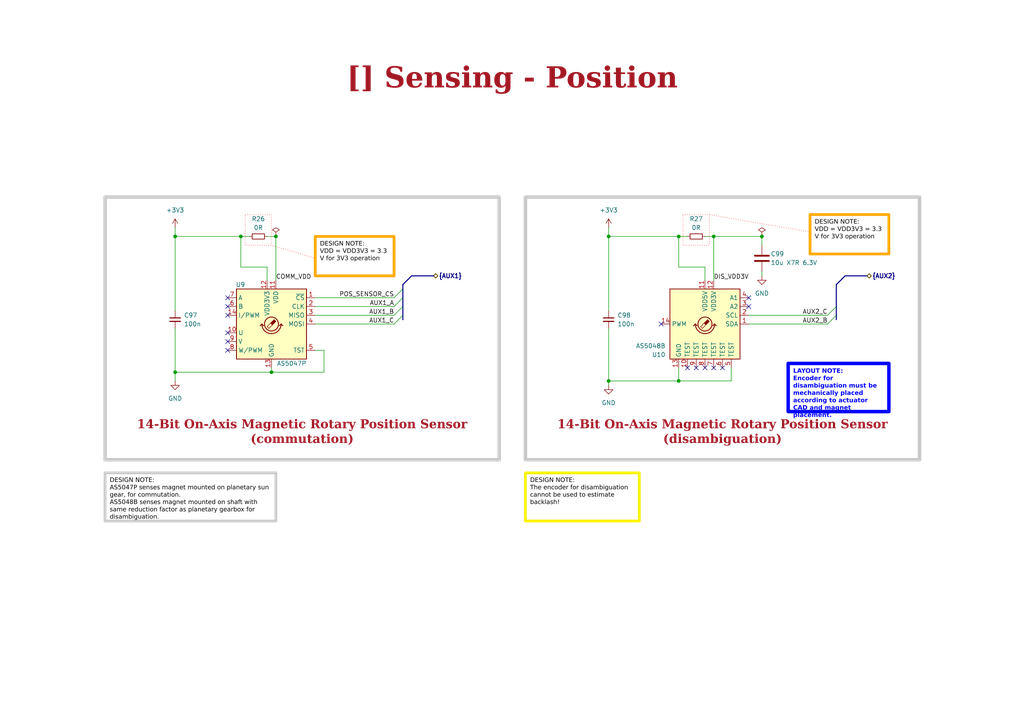
<source format=kicad_sch>
(kicad_sch (version 20230121) (generator eeschema)
  (paper "A4")
  (title_block (title "Sensing - Position") (date "2023-10-14") (rev "${REVISION}") (company "${COMPANY}") (comment 3 "Author: ${AUTHOR}"))
  (lib_symbols
    (symbol "0_sensor:AS5047P"
      (property "Reference" "U" (at -8.89 11.43 0))
      (property "Value" "AS5047P" (at 5.08 11.43 0))
      (symbol "AS5047P_1_1"
        (rectangle (start -10.16 10.16) (end 10.16 -10.16) (stroke (width 0.254)) (fill (type background)))
        (arc (start -2.794 0) (mid 0 -2.7819) (end 2.794 0) (stroke (width 0.254)))
        (polyline (pts (xy -2.794 0) (xy -3.302 -0.508)) (stroke (width 0.254)))
        (polyline (pts (xy -2.794 0) (xy -2.286 -0.508)) (stroke (width 0.254)))
        (polyline (pts (xy 2.794 0) (xy 2.286 -0.508)) (stroke (width 0.254)))
        (polyline (pts (xy 2.794 0) (xy 3.302 -0.508)) (stroke (width 0.254)))
        (polyline (pts (xy 0.254 0.254) (xy 1.27 -0.762) (xy 0.762 -1.27) (xy -0.254 -0.254)))
        (polyline (pts (xy -0.762 1.27) (xy 0.254 0.254) (xy -0.254 -0.254) (xy -1.27 0.762) (xy -1.016 1.016) (xy -0.762 1.27) (xy -0.635 1.143)) (fill (type outline)))
        (circle (center 0 0) (radius 2.032) (stroke (width 0.254)))
        (pin input line (at -12.7 7.62 0) (length 2.54) (name "~{CS}") (number "1"))
        (pin output line (at 12.7 -2.54 180) (length 2.54) (name "U") (number "10"))
        (pin power_in line (at -1.27 12.7 270) (length 2.54) (name "VDD") (number "11"))
        (pin power_out line (at 1.27 12.7 270) (length 2.54) (name "VDD3V3") (number "12"))
        (pin power_in line (at 0 -12.7 90) (length 2.54) (name "GND") (number "13"))
        (pin output line (at 12.7 2.54 180) (length 2.54) (name "I/PWM") (number "14"))
        (pin input line (at -12.7 5.08 0) (length 2.54) (name "CLK") (number "2"))
        (pin output line (at -12.7 2.54 0) (length 2.54) (name "MISO") (number "3"))
        (pin input line (at -12.7 0 0) (length 2.54) (name "MOSI") (number "4"))
        (pin input line (at -12.7 -7.62 0) (length 2.54) (name "TST") (number "5"))
        (pin output line (at 12.7 5.08 180) (length 2.54) (name "B") (number "6"))
        (pin output line (at 12.7 7.62 180) (length 2.54) (name "A") (number "7"))
        (pin output line (at 12.7 -7.62 180) (length 2.54) (name "W/PWM") (number "8"))
        (pin output line (at 12.7 -5.08 180) (length 2.54) (name "V") (number "9"))
      )
    )
    (symbol "Device:C" (pin_numbers hide) (pin_names (offset 0.254))
      (property "Reference" "C" (at 0.635 2.54 0))
      (property "Value" "C" (at 0.635 -2.54 0))
      (symbol "C_0_1"
        (polyline (pts (xy -2.032 -0.762) (xy 2.032 -0.762)) (stroke (width 0.508)))
        (polyline (pts (xy -2.032 0.762) (xy 2.032 0.762)) (stroke (width 0.508)))
      )
      (symbol "C_1_1"
        (pin passive line (at 0 3.81 270) (length 2.794) (name "~") (number "1"))
        (pin passive line (at 0 -3.81 90) (length 2.794) (name "~") (number "2"))
      )
    )
    (symbol "Device:C_Small" (pin_numbers hide) (pin_names (offset 0.254) hide)
      (property "Reference" "C" (at 0.254 1.778 0))
      (property "Value" "C_Small" (at 0.254 -2.032 0))
      (symbol "C_Small_0_1"
        (polyline (pts (xy -1.524 -0.508) (xy 1.524 -0.508)) (stroke (width 0.3302)))
        (polyline (pts (xy -1.524 0.508) (xy 1.524 0.508)) (stroke (width 0.3048)))
      )
      (symbol "C_Small_1_1"
        (pin passive line (at 0 2.54 270) (length 2.032) (name "~") (number "1"))
        (pin passive line (at 0 -2.54 90) (length 2.032) (name "~") (number "2"))
      )
    )
    (symbol "Device:R_Small" (pin_numbers hide) (pin_names (offset 0.254) hide)
      (property "Reference" "R" (at 0.762 0.508 0))
      (property "Value" "R_Small" (at 0.762 -1.016 0))
      (symbol "R_Small_0_1"
        (rectangle (start -0.762 1.778) (end 0.762 -1.778) (stroke (width 0.2032)))
      )
      (symbol "R_Small_1_1"
        (pin passive line (at 0 2.54 270) (length 0.762) (name "~") (number "1"))
        (pin passive line (at 0 -2.54 90) (length 0.762) (name "~") (number "2"))
      )
    )
    (symbol "Sensor_Magnetic:AS5048B"
      (property "Reference" "U" (at -10.16 11.43 0))
      (property "Value" "AS5048B" (at 10.16 11.43 0))
      (symbol "AS5048B_0_1"
        (rectangle (start -10.16 10.16) (end 10.16 -10.16) (stroke (width 0.254)) (fill (type background)))
        (arc (start -2.794 0) (mid 0 -2.7819) (end 2.794 0) (stroke (width 0.254)))
        (polyline (pts (xy -2.794 0) (xy -3.302 -0.508)) (stroke (width 0.254)))
        (polyline (pts (xy -2.794 0) (xy -2.286 -0.508)) (stroke (width 0.254)))
        (polyline (pts (xy 2.794 0) (xy 2.286 -0.508)) (stroke (width 0.254)))
        (polyline (pts (xy 2.794 0) (xy 3.302 -0.508)) (stroke (width 0.254)))
      )
      (symbol "AS5048B_1_1"
        (polyline (pts (xy 0.254 0.254) (xy 1.27 -0.762) (xy 0.762 -1.27) (xy -0.254 -0.254)))
        (polyline (pts (xy -0.762 1.27) (xy 0.254 0.254) (xy -0.254 -0.254) (xy -1.27 0.762) (xy -1.016 1.016) (xy -0.762 1.27) (xy -0.635 1.143)) (fill (type outline)))
        (circle (center 0 0) (radius 2.032) (stroke (width 0.254)))
        (pin bidirectional line (at -12.7 0 0) (length 2.54) (name "SDA") (number "1"))
        (pin passive line (at 5.08 -12.7 90) (length 2.54) (name "TEST") (number "10"))
        (pin power_in line (at 0 12.7 270) (length 2.54) (name "VDD5V") (number "11"))
        (pin power_in line (at -2.54 12.7 270) (length 2.54) (name "VDD3V") (number "12"))
        (pin power_in line (at 7.62 -12.7 90) (length 2.54) (name "GND") (number "13"))
        (pin output line (at 12.7 0 180) (length 2.54) (name "PWM") (number "14"))
        (pin input line (at -12.7 2.54 0) (length 2.54) (name "SCL") (number "2"))
        (pin input line (at -12.7 5.08 0) (length 2.54) (name "A2") (number "3"))
        (pin input line (at -12.7 7.62 0) (length 2.54) (name "A1") (number "4"))
        (pin passive line (at -7.62 -12.7 90) (length 2.54) (name "TEST") (number "5"))
        (pin passive line (at -5.08 -12.7 90) (length 2.54) (name "TEST") (number "6"))
        (pin passive line (at -2.54 -12.7 90) (length 2.54) (name "TEST") (number "7"))
        (pin passive line (at 0 -12.7 90) (length 2.54) (name "TEST") (number "8"))
        (pin passive line (at 2.54 -12.7 90) (length 2.54) (name "TEST") (number "9"))
      )
    )
    (symbol "power:+3V3" (power) (pin_names (offset 0))
      (property "Value" "+3V3" (at 0 3.556 0))
      (symbol "+3V3_0_1"
        (polyline (pts (xy -0.762 1.27) (xy 0 2.54)))
        (polyline (pts (xy 0 0) (xy 0 2.54)))
        (polyline (pts (xy 0 2.54) (xy 0.762 1.27)))
      )
      (symbol "+3V3_1_1"
        (pin power_in line (at 0 0 90) (length 0) hide (name "+3V3") (number "1"))
      )
    )
    (symbol "power:GND" (power) (pin_names (offset 0))
      (property "Value" "GND" (at 0 -3.81 0))
      (symbol "GND_0_1"
        (polyline (pts (xy 0 0) (xy 0 -1.27) (xy 1.27 -1.27) (xy 0 -2.54) (xy -1.27 -1.27) (xy 0 -1.27)))
      )
      (symbol "GND_1_1"
        (pin power_in line (at 0 0 270) (length 0) hide (name "GND") (number "1"))
      )
    )
    (symbol "power:PWR_FLAG" (power) (pin_numbers hide) (pin_names (offset 0) hide)
      (property "Value" "PWR_FLAG" (at 0 3.81 0))
      (symbol "PWR_FLAG_0_0"
        (pin power_out line (at 0 0 90) (length 0) (name "pwr") (number "1"))
      )
      (symbol "PWR_FLAG_0_1"
        (polyline (pts (xy 0 0) (xy 0 1.27) (xy -1.016 1.905) (xy 0 2.54) (xy 1.016 1.905) (xy 0 1.27)))
      )
    )
  )
  (junction (at 207.01 68.58))
  (junction (at 176.53 110.49))
  (junction (at 176.53 68.58))
  (junction (at 69.85 68.58))
  (junction (at 196.85 110.49))
  (junction (at 50.8 107.95))
  (junction (at 220.98 68.58))
  (junction (at 196.85 68.58))
  (junction (at 80.01 68.58))
  (junction (at 50.8 68.58))
  (junction (at 78.74 107.95))
  (no_connect (at 66.04 101.6))
  (no_connect (at 66.04 86.36))
  (no_connect (at 199.39 106.68))
  (no_connect (at 204.47 106.68))
  (no_connect (at 201.93 106.68))
  (no_connect (at 66.04 96.52))
  (no_connect (at 209.55 106.68))
  (no_connect (at 217.17 86.36))
  (no_connect (at 191.77 93.98))
  (no_connect (at 207.01 106.68))
  (no_connect (at 66.04 99.06))
  (no_connect (at 217.17 88.9))
  (no_connect (at 66.04 88.9))
  (no_connect (at 66.04 91.44))
  (bus_entry (at 114.3 91.44) (size 2.54 -2.54))
  (bus_entry (at 114.3 86.36) (size 2.54 -2.54))
  (bus_entry (at 240.03 91.44) (size 2.54 -2.54))
  (bus_entry (at 240.03 93.98) (size 2.54 -2.54))
  (bus_entry (at 114.3 93.98) (size 2.54 -2.54))
  (bus_entry (at 114.3 88.9) (size 2.54 -2.54))
  (wire (pts (xy 196.85 77.47) (xy 204.47 77.47)))
  (wire (pts (xy 69.85 68.58) (xy 72.39 68.58)))
  (wire (pts (xy 91.44 86.36) (xy 114.3 86.36)))
  (wire (pts (xy 220.98 68.58) (xy 207.01 68.58)))
  (wire (pts (xy 220.98 80.01) (xy 220.98 78.74)))
  (bus (pts (xy 116.84 83.82) (xy 116.84 86.36)))
  (wire (pts (xy 204.47 68.58) (xy 207.01 68.58)))
  (wire (pts (xy 196.85 110.49) (xy 212.09 110.49)))
  (wire (pts (xy 207.01 68.58) (xy 207.01 81.28)))
  (bus (pts (xy 245.11 80.01) (xy 242.57 82.55)))
  (bus (pts (xy 119.38 80.01) (xy 125.73 80.01)))
  (wire (pts (xy 196.85 68.58) (xy 199.39 68.58)))
  (wire (pts (xy 91.44 88.9) (xy 114.3 88.9)))
  (wire (pts (xy 50.8 107.95) (xy 50.8 95.25)))
  (bus (pts (xy 119.38 80.01) (xy 116.84 82.55)))
  (wire (pts (xy 93.98 107.95) (xy 93.98 101.6)))
  (wire (pts (xy 176.53 95.25) (xy 176.53 110.49)))
  (wire (pts (xy 91.44 91.44) (xy 114.3 91.44)))
  (bus (pts (xy 116.84 82.55) (xy 116.84 83.82)))
  (wire (pts (xy 212.09 110.49) (xy 212.09 106.68)))
  (wire (pts (xy 176.53 110.49) (xy 176.53 111.76)))
  (bus (pts (xy 245.11 80.01) (xy 251.46 80.01)))
  (wire (pts (xy 69.85 77.47) (xy 77.47 77.47)))
  (bus (pts (xy 242.57 82.55) (xy 242.57 88.9)))
  (bus (pts (xy 116.84 86.36) (xy 116.84 88.9)))
  (wire (pts (xy 217.17 93.98) (xy 240.03 93.98)))
  (wire (pts (xy 217.17 91.44) (xy 240.03 91.44)))
  (wire (pts (xy 77.47 68.58) (xy 80.01 68.58)))
  (wire (pts (xy 50.8 68.58) (xy 50.8 90.17)))
  (bus (pts (xy 116.84 88.9) (xy 116.84 91.44)))
  (polyline (pts (xy 234.95 67.31) (xy 205.74 62.23)) (stroke (width 0) (type dot) (color 255 0 0 1)))
  (wire (pts (xy 50.8 107.95) (xy 50.8 110.49)))
  (wire (pts (xy 176.53 110.49) (xy 196.85 110.49)))
  (wire (pts (xy 69.85 68.58) (xy 69.85 77.47)))
  (wire (pts (xy 196.85 110.49) (xy 196.85 106.68)))
  (wire (pts (xy 50.8 66.04) (xy 50.8 68.58)))
  (wire (pts (xy 176.53 66.04) (xy 176.53 68.58)))
  (bus (pts (xy 116.84 91.44) (xy 116.84 92.71)))
  (bus (pts (xy 242.57 91.44) (xy 242.57 92.71)))
  (wire (pts (xy 78.74 107.95) (xy 78.74 106.68)))
  (bus (pts (xy 242.57 88.9) (xy 242.57 91.44)))
  (wire (pts (xy 50.8 107.95) (xy 78.74 107.95)))
  (wire (pts (xy 91.44 93.98) (xy 114.3 93.98)))
  (wire (pts (xy 50.8 68.58) (xy 69.85 68.58)))
  (wire (pts (xy 77.47 77.47) (xy 77.47 81.28)))
  (wire (pts (xy 176.53 68.58) (xy 196.85 68.58)))
  (wire (pts (xy 220.98 71.12) (xy 220.98 68.58)))
  (wire (pts (xy 176.53 68.58) (xy 176.53 90.17)))
  (wire (pts (xy 196.85 68.58) (xy 196.85 77.47)))
  (wire (pts (xy 204.47 77.47) (xy 204.47 81.28)))
  (wire (pts (xy 78.74 107.95) (xy 93.98 107.95)))
  (polyline (pts (xy 91.44 74.93) (xy 78.74 71.12)) (stroke (width 0) (type dot) (color 255 0 0 1)))
  (wire (pts (xy 80.01 68.58) (xy 80.01 81.28)))
  (wire (pts (xy 93.98 101.6) (xy 91.44 101.6)))
  (rectangle (start 152.4 57.15) (end 266.7 133.35) (stroke (width 1) (color 200 200 200 1)))
  (rectangle (start 30.48 57.15) (end 144.78 133.35) (stroke (width 1) (color 200 200 200 1)))
  (rectangle (start 71.12 62.23) (end 78.74 71.12) (stroke (width 0) (type dot) (color 255 0 0 1)))
  (rectangle (start 198.12 62.23) (end 205.74 71.12) (stroke (width 0) (type dot) (color 255 0 0 1)))
  (text_box "DESIGN NOTE:\nVDD = VDD3V3 = 3.3 V for 3V3 operation" (at 234.95 62.23 0) (size 22.86 11.43) (stroke (width 0.8) (color 255 165 0 1)) (effects (font (size 1.27 1.27)) (justify left top)))
  (text_box "DESIGN NOTE:\nThe encoder for disambiguation cannot be used to estimate backlash!" (at 152.4 137.16 0) (size 33.02 13.97) (stroke (width 0.8) (color 250 236 0 1)) (effects (font (size 1.27 1.27)) (justify left top)))
  (text_box "14-Bit On-Axis Magnetic Rotary Position Sensor (disambiguation)" (at 153.67 121.92 0) (size 111.76 8.89) (stroke (width -0.0001)) (effects (font (size 2.54 2.54) (thickness 0.508) bold) (justify bottom)))
  (text_box "[${#}] ${TITLE}" (at 80.01 16.51 0) (size 137.16 12.7) (stroke (width -0.0001)) (effects (font (size 6 6) (thickness 1.2) bold)))
  (text_box "DESIGN NOTE:\nVDD = VDD3V3 = 3.3 V for 3V3 operation" (at 91.44 68.58 0) (size 22.86 11.43) (stroke (width 0.8) (color 255 165 0 1)) (effects (font (size 1.27 1.27)) (justify left top)))
  (text_box "DESIGN NOTE:\nAS5047P senses magnet mounted on planetary sun gear, for commutation.\nAS5048B senses magnet mounted on shaft with same reduction factor as planetary gearbox for disambiguation." (at 30.48 137.16 0) (size 49.53 13.97) (stroke (width 0.8) (color 200 200 200 1)) (effects (font (size 1.27 1.27)) (justify left top)))
  (text_box "14-Bit On-Axis Magnetic Rotary Position Sensor (commutation)" (at 31.75 120.65 0) (size 111.76 10.16) (stroke (width -0.0001)) (effects (font (size 2.54 2.54) (thickness 0.508) bold) (justify bottom)))
  (text_box "LAYOUT NOTE:\nEncoder for disambiguation must be mechanically placed according to actuator CAD and magnet placement. " (at 228.6 105.41 0) (size 29.21 13.97) (stroke (width 1) (color 0 0 255 1)) (effects (font (size 1.27 1.27) (thickness 0.4) bold) (justify left top)))
  (label "AUX2_C" (at 240.03 91.44 180))
  (label "AUX1_C" (at 114.3 93.98 180))
  (label "AUX2_B" (at 240.03 93.98 180))
  (label "AUX1_A" (at 114.3 88.9 180))
  (label "POS_SENSOR_CS" (at 114.3 86.36 180))
  (label "COMM_VDD" (at 80.01 81.28 0))
  (label "AUX1_B" (at 114.3 91.44 180))
  (label "DIS_VDD3V" (at 207.01 81.28 0))
  (hierarchical_label "{AUX1}" (shape bidirectional) (at 125.73 80.01 0) (effects (font bold)))
  (hierarchical_label "{AUX2}" (shape bidirectional) (at 251.46 80.01 0) (effects (font bold)))
  (symbol (lib_id "Device:C_Small") (at 50.8 92.71 0) (unit 1)
    (property "Reference" "C97" (at 53.34 91.4463 0) (effects (justify left)))
    (property "Value" "100n" (at 53.34 93.9863 0) (effects (justify left)))
    (property "Footprint" "0_capacitor_smd:C_0402_1005_DensityHigh" (effects hide))
  )
  (symbol (lib_id "Device:R_Small") (at 74.93 68.58 90) (unit 1)
    (property "Reference" "R26" (at 74.93 63.5 90))
    (property "Value" "0R" (at 74.93 66.04 90))
    (property "Footprint" "0_resistor_smd:R_0402_1005_DensityHigh" (effects hide))
  )
  (symbol (lib_id "Device:C") (at 220.98 74.93 0) (unit 1)
    (property "Reference" "C99" (at 223.52 73.66 0) (effects (justify left)))
    (property "Value" "10u X7R 6.3V" (at 223.52 76.2 0) (effects (justify left)))
    (property "Footprint" "0_capacitor_smd:C_0805_2012_DensityHighest" (effects hide))
  )
  (symbol (lib_id "power:+3V3") (at 50.8 66.04 0) (unit 1)
    (property "Reference" "#PWR045" (effects hide))
    (property "Value" "+3V3" (at 50.8 60.96 0))
  )
  (symbol (lib_id "power:PWR_FLAG") (at 220.98 68.58 0) (unit 1)
    (property "Reference" "#FLG06" (effects hide))
    (property "Value" "PWR_FLAG" (effects hide))
  )
  (symbol (lib_id "power:GND") (at 50.8 110.49 0) (unit 1)
    (property "Reference" "#PWR046" (effects hide))
    (property "Value" "GND" (at 50.8 115.57 0))
  )
  (symbol (lib_id "0_sensor:AS5047P") (at 78.74 93.98 0) (mirror y) (unit 1)
    (property "Reference" "U9" (at 71.12 82.55 0) (effects (justify left)))
    (property "Value" "AS5047P" (at 88.9 105.41 0) (effects (justify left)))
    (property "Footprint" "Package_SO:TSSOP-14_4.4x5mm_P0.65mm" (effects hide))
    (property "Datasheet" "https://ams.com/documents/20143/36005/AS5047P_DS000324_3-00.pdf" (effects hide))
  )
  (symbol (lib_id "power:GND") (at 176.53 111.76 0) (unit 1)
    (property "Reference" "#PWR048" (effects hide))
    (property "Value" "GND" (at 176.53 116.84 0))
  )
  (symbol (lib_id "Sensor_Magnetic:AS5048B") (at 204.47 93.98 0) (mirror y) (unit 1)
    (property "Reference" "U10" (at 193.04 102.87 0) (effects (justify left)))
    (property "Value" "AS5048B" (at 193.04 100.33 0) (effects (justify left)))
    (property "Footprint" "Package_SO:TSSOP-14_4.4x5mm_P0.65mm" (effects hide))
    (property "Datasheet" "https://ams.com/documents/20143/36005/AS5048_DS000298_4-00.pdf" (effects hide))
  )
  (symbol (lib_id "Device:R_Small") (at 201.93 68.58 90) (unit 1)
    (property "Reference" "R27" (at 201.93 63.5 90))
    (property "Value" "0R" (at 201.93 66.04 90))
    (property "Footprint" "0_resistor_smd:R_0402_1005_DensityHigh" (effects hide))
  )
  (symbol (lib_id "power:+3V3") (at 176.53 66.04 0) (unit 1)
    (property "Reference" "#PWR047" (effects hide))
    (property "Value" "+3V3" (at 176.53 60.96 0))
  )
  (symbol (lib_id "power:GND") (at 220.98 80.01 0) (unit 1)
    (property "Reference" "#PWR049" (effects hide))
    (property "Value" "GND" (at 220.98 85.09 0))
  )
  (symbol (lib_id "power:PWR_FLAG") (at 80.01 68.58 0) (unit 1)
    (property "Reference" "#FLG05" (effects hide))
    (property "Value" "PWR_FLAG" (effects hide))
  )
  (symbol (lib_id "Device:C_Small") (at 176.53 92.71 0) (unit 1)
    (property "Reference" "C98" (at 179.07 91.4463 0) (effects (justify left)))
    (property "Value" "100n" (at 179.07 93.9863 0) (effects (justify left)))
    (property "Footprint" "0_capacitor_smd:C_0402_1005_DensityHigh" (effects hide))
  )
)
</source>
